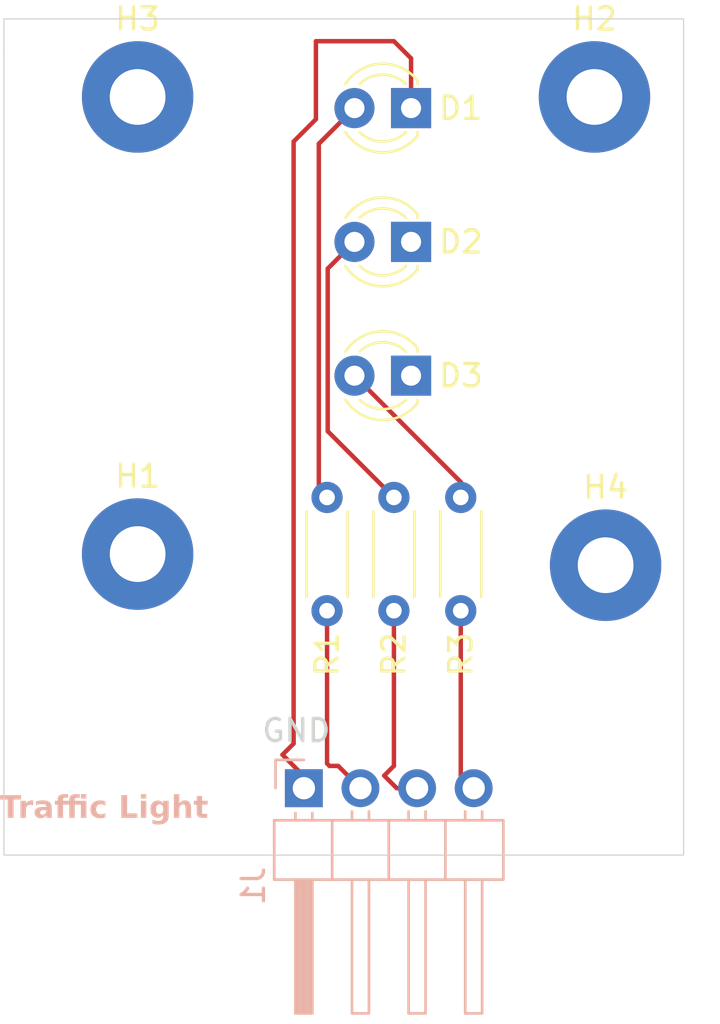
<source format=kicad_pcb>
(kicad_pcb (version 20240108) (generator "pcbnew") (generator_version "8.0")
  (layers (0 "F.Cu" signal) (31 "B.Cu" signal) (34 "B.Paste" user) (35 "F.Paste" user) (36 "B.SilkS" user "B.Silkscreen") (37 "F.SilkS" user "F.Silkscreen") (38 "B.Mask" user) (39 "F.Mask" user) (44 "Edge.Cuts" user))
  (net 0 "")
  (net 1 "Net-(D1-K)")
  (net 2 "Net-(D1-A)")
  (net 3 "Net-(D2-A)")
  (net 4 "Net-(D3-A)")
  (net 5 "Net-(J1-Pin_3)")
  (net 6 "Net-(J1-Pin_4)")
  (net 7 "Net-(J1-Pin_2)")
  (footprint "MountingHole:MountingHole_2.5mm_Pad" (layer "F.Cu") (at 141.5 79.5)
    (property "Reference" "H1" (at 0 -3.5 0) (layer "F.SilkS"))
    (property "Value" "MountingHole")
    (pad "1" thru_hole circle (at 0 0) (size 5 5) (drill 2.5) (layers "*.Cu" "*.Mask"))
  )
  (footprint "Resistor_THT:R_Axial_DIN0204_L3.6mm_D1.6mm_P5.08mm_Horizontal" (layer "F.Cu") (at 156 82.04 90)
    (property "Reference" "R3" (at -1.96 0 -90) (layer "F.SilkS"))
    (property "Value" "R")
    (fp_line (start 0.62 -0.92) (end 4.46 -0.92) (stroke (width 0.12)) (layer "F.SilkS"))
    (fp_line (start 0.62 0.92) (end 4.46 0.92) (stroke (width 0.12)) (layer "F.SilkS"))
    (pad "1" thru_hole circle (at 0 0 90) (size 1.4 1.4) (drill 0.7) (layers "*.Cu" "*.Mask") (net 6 "Net-(J1-Pin_4)"))
    (pad "2" thru_hole oval (at 5.08 0 90) (size 1.4 1.4) (drill 0.7) (layers "*.Cu" "*.Mask") (net 4 "Net-(D3-A)"))
  )
  (footprint "MountingHole:MountingHole_2.5mm_Pad" (layer "F.Cu") (at 162.5 80)
    (property "Reference" "H4" (at 0 -3.5 0) (layer "F.SilkS"))
    (property "Value" "MountingHole")
    (pad "1" thru_hole circle (at 0 0) (size 5 5) (drill 2.5) (layers "*.Cu" "*.Mask"))
  )
  (footprint "LED_THT:LED_D3.0mm" (layer "F.Cu") (at 153.77 59.5 180)
    (property "Reference" "D1" (at -2.23 0 0) (layer "F.SilkS"))
    (property "Value" "LED")
    (fp_line (start -0.29 1.08) (end -0.29 1.236) (stroke (width 0.12)) (layer "F.SilkS"))
    (fp_line (start -0.29 -1.236) (end -0.29 -1.08) (stroke (width 0.12)) (layer "F.SilkS"))
    (fp_arc (start 2.941397 1.080061) (mid 1.365624 1.987701) (end -0.29 1.235516) (stroke (width 0.12)) (layer "F.SilkS"))
    (fp_arc (start 2.31091 1.080049) (mid 1.269965 1.5) (end 0.229039 1.08) (stroke (width 0.12)) (layer "F.SilkS"))
    (fp_arc (start 0.229039 -1.08) (mid 1.269965 -1.5) (end 2.31091 -1.080049) (stroke (width 0.12)) (layer "F.SilkS"))
    (fp_arc (start -0.29 -1.235516) (mid 1.365624 -1.987701) (end 2.941397 -1.080061) (stroke (width 0.12)) (layer "F.SilkS"))
    (pad "1" thru_hole rect (at 0 0 180) (size 1.8 1.8) (drill 0.9) (layers "*.Cu" "*.Mask") (net 1 "Net-(D1-K)"))
    (pad "2" thru_hole circle (at 2.54 0 180) (size 1.8 1.8) (drill 0.9) (layers "*.Cu" "*.Mask") (net 2 "Net-(D1-A)"))
  )
  (footprint "LED_THT:LED_D3.0mm" (layer "F.Cu") (at 153.77 71.5 180)
    (property "Reference" "D3" (at -2.23 0 0) (layer "F.SilkS"))
    (property "Value" "LED")
    (fp_line (start -0.29 1.08) (end -0.29 1.236) (stroke (width 0.12)) (layer "F.SilkS"))
    (fp_line (start -0.29 -1.236) (end -0.29 -1.08) (stroke (width 0.12)) (layer "F.SilkS"))
    (fp_arc (start 2.941397 1.080061) (mid 1.365624 1.987701) (end -0.29 1.235516) (stroke (width 0.12)) (layer "F.SilkS"))
    (fp_arc (start 2.31091 1.080049) (mid 1.269965 1.5) (end 0.229039 1.08) (stroke (width 0.12)) (layer "F.SilkS"))
    (fp_arc (start 0.229039 -1.08) (mid 1.269965 -1.5) (end 2.31091 -1.080049) (stroke (width 0.12)) (layer "F.SilkS"))
    (fp_arc (start -0.29 -1.235516) (mid 1.365624 -1.987701) (end 2.941397 -1.080061) (stroke (width 0.12)) (layer "F.SilkS"))
    (pad "1" thru_hole rect (at 0 0 180) (size 1.8 1.8) (drill 0.9) (layers "*.Cu" "*.Mask") (net 1 "Net-(D1-K)"))
    (pad "2" thru_hole circle (at 2.54 0 180) (size 1.8 1.8) (drill 0.9) (layers "*.Cu" "*.Mask") (net 4 "Net-(D3-A)"))
  )
  (footprint "MountingHole:MountingHole_2.5mm_Pad" (layer "F.Cu") (at 162 59)
    (property "Reference" "H2" (at 0 -3.5 0) (layer "F.SilkS"))
    (property "Value" "MountingHole")
    (pad "1" thru_hole circle (at 0 0) (size 5 5) (drill 2.5) (layers "*.Cu" "*.Mask"))
  )
  (footprint "LED_THT:LED_D3.0mm" (layer "F.Cu") (at 153.77 65.5 180)
    (property "Reference" "D2" (at -2.23 0 0) (layer "F.SilkS"))
    (property "Value" "LED")
    (fp_line (start -0.29 1.08) (end -0.29 1.236) (stroke (width 0.12)) (layer "F.SilkS"))
    (fp_line (start -0.29 -1.236) (end -0.29 -1.08) (stroke (width 0.12)) (layer "F.SilkS"))
    (fp_arc (start 2.941397 1.080061) (mid 1.365624 1.987701) (end -0.29 1.235516) (stroke (width 0.12)) (layer "F.SilkS"))
    (fp_arc (start 2.31091 1.080049) (mid 1.269965 1.5) (end 0.229039 1.08) (stroke (width 0.12)) (layer "F.SilkS"))
    (fp_arc (start 0.229039 -1.08) (mid 1.269965 -1.5) (end 2.31091 -1.080049) (stroke (width 0.12)) (layer "F.SilkS"))
    (fp_arc (start -0.29 -1.235516) (mid 1.365624 -1.987701) (end 2.941397 -1.080061) (stroke (width 0.12)) (layer "F.SilkS"))
    (pad "1" thru_hole rect (at 0 0 180) (size 1.8 1.8) (drill 0.9) (layers "*.Cu" "*.Mask") (net 1 "Net-(D1-K)"))
    (pad "2" thru_hole circle (at 2.54 0 180) (size 1.8 1.8) (drill 0.9) (layers "*.Cu" "*.Mask") (net 3 "Net-(D2-A)"))
  )
  (footprint "Resistor_THT:R_Axial_DIN0204_L3.6mm_D1.6mm_P5.08mm_Horizontal" (layer "F.Cu") (at 153 82.04 90)
    (property "Reference" "R2" (at -1.96 0 90) (layer "F.SilkS"))
    (property "Value" "R")
    (fp_line (start 0.62 -0.92) (end 4.46 -0.92) (stroke (width 0.12)) (layer "F.SilkS"))
    (fp_line (start 0.62 0.92) (end 4.46 0.92) (stroke (width 0.12)) (layer "F.SilkS"))
    (pad "1" thru_hole circle (at 0 0 90) (size 1.4 1.4) (drill 0.7) (layers "*.Cu" "*.Mask") (net 5 "Net-(J1-Pin_3)"))
    (pad "2" thru_hole oval (at 5.08 0 90) (size 1.4 1.4) (drill 0.7) (layers "*.Cu" "*.Mask") (net 3 "Net-(D2-A)"))
  )
  (footprint "MountingHole:MountingHole_2.5mm_Pad" (layer "F.Cu") (at 141.5 59)
    (property "Reference" "H3" (at 0 -3.5 0) (layer "F.SilkS"))
    (property "Value" "MountingHole")
    (pad "1" thru_hole circle (at 0 0) (size 5 5) (drill 2.5) (layers "*.Cu" "*.Mask"))
  )
  (footprint "Resistor_THT:R_Axial_DIN0204_L3.6mm_D1.6mm_P5.08mm_Horizontal" (layer "F.Cu") (at 150 82.04 90)
    (property "Reference" "R1" (at -1.96 0 90) (layer "F.SilkS"))
    (property "Value" "R")
    (fp_line (start 0.62 -0.92) (end 4.46 -0.92) (stroke (width 0.12)) (layer "F.SilkS"))
    (fp_line (start 0.62 0.92) (end 4.46 0.92) (stroke (width 0.12)) (layer "F.SilkS"))
    (pad "1" thru_hole circle (at 0 0 90) (size 1.4 1.4) (drill 0.7) (layers "*.Cu" "*.Mask") (net 7 "Net-(J1-Pin_2)"))
    (pad "2" thru_hole oval (at 5.08 0 90) (size 1.4 1.4) (drill 0.7) (layers "*.Cu" "*.Mask") (net 2 "Net-(D1-A)"))
  )
  (footprint "Connector_PinHeader_2.54mm:PinHeader_1x04_P2.54mm_Horizontal" (layer "B.Cu") (at 148.96 90 -90)
    (property "Reference" "J1" (at 4.385 2.27 90) (layer "B.SilkS") (effects (justify mirror)))
    (property "Value" "Conn_01x04")
    (fp_line (start 1.44 1.33) (end 4.1 1.33) (stroke (width 0.12)) (layer "B.SilkS"))
    (fp_line (start 4.1 1.33) (end 4.1 -8.95) (stroke (width 0.12)) (layer "B.SilkS"))
    (fp_line (start -1.27 1.27) (end -1.27 0) (stroke (width 0.12)) (layer "B.SilkS"))
    (fp_line (start 0 1.27) (end -1.27 1.27) (stroke (width 0.12)) (layer "B.SilkS"))
    (fp_line (start 1.44 0.38) (end 1.11 0.38) (stroke (width 0.12)) (layer "B.SilkS"))
    (fp_line (start 10.1 0.38) (end 4.1 0.38) (stroke (width 0.12)) (layer "B.SilkS"))
    (fp_line (start 10.1 0.32) (end 4.1 0.32) (stroke (width 0.12)) (layer "B.SilkS"))
    (fp_line (start 10.1 0.2) (end 4.1 0.2) (stroke (width 0.12)) (layer "B.SilkS"))
    (fp_line (start 10.1 0.08) (end 4.1 0.08) (stroke (width 0.12)) (layer "B.SilkS"))
    (fp_line (start 10.1 -0.04) (end 4.1 -0.04) (stroke (width 0.12)) (layer "B.SilkS"))
    (fp_line (start 10.1 -0.16) (end 4.1 -0.16) (stroke (width 0.12)) (layer "B.SilkS"))
    (fp_line (start 10.1 -0.28) (end 4.1 -0.28) (stroke (width 0.12)) (layer "B.SilkS"))
    (fp_line (start 1.44 -0.38) (end 1.11 -0.38) (stroke (width 0.12)) (layer "B.SilkS"))
    (fp_line (start 4.1 -0.38) (end 10.1 -0.38) (stroke (width 0.12)) (layer "B.SilkS"))
    (fp_line (start 10.1 -0.38) (end 10.1 0.38) (stroke (width 0.12)) (layer "B.SilkS"))
    (fp_line (start 4.1 -1.27) (end 1.44 -1.27) (stroke (width 0.12)) (layer "B.SilkS"))
    (fp_line (start 1.44 -2.16) (end 1.042929 -2.16) (stroke (width 0.12)) (layer "B.SilkS"))
    (fp_line (start 10.1 -2.16) (end 4.1 -2.16) (stroke (width 0.12)) (layer "B.SilkS"))
    (fp_line (start 1.44 -2.92) (end 1.042929 -2.92) (stroke (width 0.12)) (layer "B.SilkS"))
    (fp_line (start 4.1 -2.92) (end 10.1 -2.92) (stroke (width 0.12)) (layer "B.SilkS"))
    (fp_line (start 10.1 -2.92) (end 10.1 -2.16) (stroke (width 0.12)) (layer "B.SilkS"))
    (fp_line (start 4.1 -3.81) (end 1.44 -3.81) (stroke (width 0.12)) (layer "B.SilkS"))
    (fp_line (start 1.44 -4.7) (end 1.042929 -4.7) (stroke (width 0.12)) (layer "B.SilkS"))
    (fp_line (start 10.1 -4.7) (end 4.1 -4.7) (stroke (width 0.12)) (layer "B.SilkS"))
    (fp_line (start 1.44 -5.46) (end 1.042929 -5.46) (stroke (width 0.12)) (layer "B.SilkS"))
    (fp_line (start 4.1 -5.46) (end 10.1 -5.46) (stroke (width 0.12)) (layer "B.SilkS"))
    (fp_line (start 10.1 -5.46) (end 10.1 -4.7) (stroke (width 0.12)) (layer "B.SilkS"))
    (fp_line (start 4.1 -6.35) (end 1.44 -6.35) (stroke (width 0.12)) (layer "B.SilkS"))
    (fp_line (start 1.44 -7.24) (end 1.042929 -7.24) (stroke (width 0.12)) (layer "B.SilkS"))
    (fp_line (start 10.1 -7.24) (end 4.1 -7.24) (stroke (width 0.12)) (layer "B.SilkS"))
    (fp_line (start 1.44 -8) (end 1.042929 -8) (stroke (width 0.12)) (layer "B.SilkS"))
    (fp_line (start 4.1 -8) (end 10.1 -8) (stroke (width 0.12)) (layer "B.SilkS"))
    (fp_line (start 10.1 -8) (end 10.1 -7.24) (stroke (width 0.12)) (layer "B.SilkS"))
    (fp_line (start 1.44 -8.95) (end 1.44 1.33) (stroke (width 0.12)) (layer "B.SilkS"))
    (fp_line (start 4.1 -8.95) (end 1.44 -8.95) (stroke (width 0.12)) (layer "B.SilkS"))
    (pad "1" thru_hole rect (at 0 0 270) (size 1.7 1.7) (drill 1) (layers "*.Cu" "*.Mask") (net 1 "Net-(D1-K)"))
    (pad "2" thru_hole oval (at 0 -2.54 270) (size 1.7 1.7) (drill 1) (layers "*.Cu" "*.Mask") (net 7 "Net-(J1-Pin_2)"))
    (pad "3" thru_hole oval (at 0 -5.08 270) (size 1.7 1.7) (drill 1) (layers "*.Cu" "*.Mask") (net 5 "Net-(J1-Pin_3)"))
    (pad "4" thru_hole oval (at 0 -7.62 270) (size 1.7 1.7) (drill 1) (layers "*.Cu" "*.Mask") (net 6 "Net-(J1-Pin_4)"))
  )
  (gr_line (start 166 55.5) (end 138 55.5) (stroke (width 0.05)) (layer "Edge.Cuts"))
  (gr_line (start 135.5 57) (end 135.5 55.5) (stroke (width 0.05)) (layer "Edge.Cuts"))
  (gr_line (start 137 93) (end 135.5 93) (stroke (width 0.05)) (layer "Edge.Cuts"))
  (gr_line (start 137 93) (end 166 93) (stroke (width 0.05)) (layer "Edge.Cuts"))
  (gr_line (start 138 55.5) (end 136.5 55.5) (stroke (width 0.05)) (layer "Edge.Cuts"))
  (gr_line (start 166 90) (end 166 93) (stroke (width 0.05)) (layer "Edge.Cuts"))
  (gr_line (start 135.5 93) (end 135.5 90) (stroke (width 0.05)) (layer "Edge.Cuts"))
  (gr_line (start 135.5 55.5) (end 136.5 55.5) (stroke (width 0.05)) (layer "Edge.Cuts"))
  (gr_line (start 166 90) (end 166 55.5) (stroke (width 0.05)) (layer "Edge.Cuts"))
  (gr_line (start 135.5 90) (end 135.5 57) (stroke (width 0.05)) (layer "Edge.Cuts"))
  (gr_text "Traffic Light" (at 140 91.5 0) (layer "B.SilkS") (effects (font (size 1 1) (thickness 0.2) (bold yes)) (justify bottom)))
  (gr_text "GND" (at 147 88 0) (layer "Edge.Cuts") (effects (font (size 1 1)) (justify left bottom)))
  (segment (start 149.5 56.5) (end 149.5 60) (width 0.2) (layer "F.Cu") (net 1))
  (segment (start 148.96 89.46) (end 148.96 90) (width 0.2) (layer "F.Cu") (net 1))
  (segment (start 153.77 59.5) (end 153.77 57.27) (width 0.2) (layer "F.Cu") (net 1))
  (segment (start 148.5 88) (end 148 88.5) (width 0.2) (layer "F.Cu") (net 1))
  (segment (start 149.5 60) (end 148.5 61) (width 0.2) (layer "F.Cu") (net 1))
  (segment (start 153 56.5) (end 149.5 56.5) (width 0.2) (layer "F.Cu") (net 1))
  (segment (start 148 88.5) (end 148.96 89.46) (width 0.2) (layer "F.Cu") (net 1))
  (segment (start 148.5 61) (end 148.5 88) (width 0.2) (layer "F.Cu") (net 1))
  (segment (start 153.77 57.27) (end 153 56.5) (width 0.2) (layer "F.Cu") (net 1))
  (segment (start 149.63 76.59) (end 150 76.96) (width 0.2) (layer "F.Cu") (net 2))
  (segment (start 149.63 61.1) (end 149.63 76.59) (width 0.2) (layer "F.Cu") (net 2))
  (segment (start 151.23 59.5) (end 149.63 61.1) (width 0.2) (layer "F.Cu") (net 2))
  (segment (start 150.03 66.7) (end 150.03 73.99) (width 0.2) (layer "F.Cu") (net 3))
  (segment (start 150.03 73.99) (end 153 76.96) (width 0.2) (layer "F.Cu") (net 3))
  (segment (start 151.23 65.5) (end 150.03 66.7) (width 0.2) (layer "F.Cu") (net 3))
  (segment (start 156 76.27) (end 156 76.96) (width 0.2) (layer "F.Cu") (net 4))
  (segment (start 151.23 71.5) (end 156 76.27) (width 0.2) (layer "F.Cu") (net 4))
  (segment (start 153 82.04) (end 153 89) (width 0.2) (layer "F.Cu") (net 5))
  (segment (start 152.563173 89.436827) (end 153.126346 90) (width 0.2) (layer "F.Cu") (net 5))
  (segment (start 153.126346 90) (end 154.04 90) (width 0.2) (layer "F.Cu") (net 5))
  (segment (start 153 89) (end 152.563173 89.436827) (width 0.2) (layer "F.Cu") (net 5))
  (segment (start 156 89.42) (end 156.58 90) (width 0.2) (layer "F.Cu") (net 6))
  (segment (start 156 82.04) (end 156 89.42) (width 0.2) (layer "F.Cu") (net 6))
  (segment (start 150 82.04) (end 150 88.89) (width 0.2) (layer "F.Cu") (net 7))
  (segment (start 150.5 89) (end 151.5 90) (width 0.2) (layer "F.Cu") (net 7))
  (segment (start 150.11 89) (end 150.5 89) (width 0.2) (layer "F.Cu") (net 7))
  (segment (start 150 88.89) (end 150.11 89) (width 0.2) (layer "F.Cu") (net 7))
)
</source>
